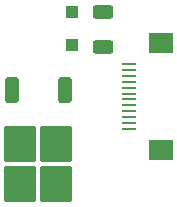
<source format=gbr>
%TF.GenerationSoftware,KiCad,Pcbnew,8.0.3*%
%TF.CreationDate,2024-06-15T19:18:12-05:00*%
%TF.ProjectId,VIK-Solenoid,56494b2d-536f-46c6-956e-6f69642e6b69,rev?*%
%TF.SameCoordinates,Original*%
%TF.FileFunction,Paste,Bot*%
%TF.FilePolarity,Positive*%
%FSLAX46Y46*%
G04 Gerber Fmt 4.6, Leading zero omitted, Abs format (unit mm)*
G04 Created by KiCad (PCBNEW 8.0.3) date 2024-06-15 19:18:12*
%MOMM*%
%LPD*%
G01*
G04 APERTURE LIST*
G04 Aperture macros list*
%AMRoundRect*
0 Rectangle with rounded corners*
0 $1 Rounding radius*
0 $2 $3 $4 $5 $6 $7 $8 $9 X,Y pos of 4 corners*
0 Add a 4 corners polygon primitive as box body*
4,1,4,$2,$3,$4,$5,$6,$7,$8,$9,$2,$3,0*
0 Add four circle primitives for the rounded corners*
1,1,$1+$1,$2,$3*
1,1,$1+$1,$4,$5*
1,1,$1+$1,$6,$7*
1,1,$1+$1,$8,$9*
0 Add four rect primitives between the rounded corners*
20,1,$1+$1,$2,$3,$4,$5,0*
20,1,$1+$1,$4,$5,$6,$7,0*
20,1,$1+$1,$6,$7,$8,$9,0*
20,1,$1+$1,$8,$9,$2,$3,0*%
G04 Aperture macros list end*
%ADD10R,1.250000X0.280000*%
%ADD11R,2.000000X1.800000*%
%ADD12RoundRect,0.250000X0.625000X-0.312500X0.625000X0.312500X-0.625000X0.312500X-0.625000X-0.312500X0*%
%ADD13RoundRect,0.250000X0.300000X-0.300000X0.300000X0.300000X-0.300000X0.300000X-0.300000X-0.300000X0*%
%ADD14RoundRect,0.250000X-0.350000X0.850000X-0.350000X-0.850000X0.350000X-0.850000X0.350000X0.850000X0*%
%ADD15RoundRect,0.250000X-1.125000X1.275000X-1.125000X-1.275000X1.125000X-1.275000X1.125000X1.275000X0*%
G04 APERTURE END LIST*
D10*
%TO.C,J2*%
X196962000Y-84380000D03*
X196962000Y-84880000D03*
X196962000Y-85380000D03*
X196962000Y-85880000D03*
X196962000Y-86380000D03*
X196962000Y-86880000D03*
X196962000Y-87380000D03*
X196962000Y-87880000D03*
X196962000Y-88380000D03*
X196962000Y-88880000D03*
X196962000Y-89380000D03*
X196962000Y-89880000D03*
D11*
X199686000Y-91680000D03*
X199686000Y-82580000D03*
%TD*%
D12*
%TO.C,R1*%
X194790000Y-82942500D03*
X194790000Y-80017500D03*
%TD*%
D13*
%TO.C,D1*%
X192160000Y-82750000D03*
X192160000Y-79950000D03*
%TD*%
D14*
%TO.C,Q1*%
X187010000Y-86570000D03*
D15*
X190815000Y-91195000D03*
X187765000Y-91195000D03*
X190815000Y-94545000D03*
X187765000Y-94545000D03*
D14*
X191570000Y-86570000D03*
%TD*%
M02*

</source>
